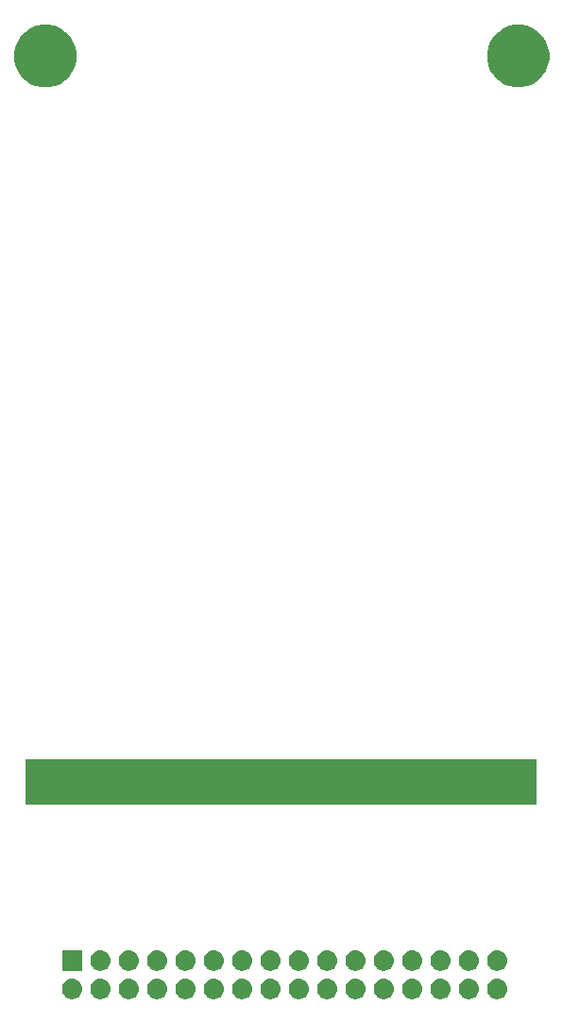
<source format=gbr>
G04 #@! TF.GenerationSoftware,KiCad,Pcbnew,(5.1.4)-1*
G04 #@! TF.CreationDate,2019-11-26T18:47:21+08:00*
G04 #@! TF.ProjectId,TFT8K3548FPC-A1-E-DIP,54465438-4b33-4353-9438-4650432d4131,rev?*
G04 #@! TF.SameCoordinates,Original*
G04 #@! TF.FileFunction,Soldermask,Top*
G04 #@! TF.FilePolarity,Negative*
%FSLAX46Y46*%
G04 Gerber Fmt 4.6, Leading zero omitted, Abs format (unit mm)*
G04 Created by KiCad (PCBNEW (5.1.4)-1) date 2019-11-26 18:47:21*
%MOMM*%
%LPD*%
G04 APERTURE LIST*
%ADD10C,0.100000*%
G04 APERTURE END LIST*
D10*
G36*
X144210443Y-116245519D02*
G01*
X144276627Y-116252037D01*
X144446466Y-116303557D01*
X144602991Y-116387222D01*
X144638729Y-116416552D01*
X144740186Y-116499814D01*
X144823448Y-116601271D01*
X144852778Y-116637009D01*
X144936443Y-116793534D01*
X144987963Y-116963373D01*
X145005359Y-117140000D01*
X144987963Y-117316627D01*
X144936443Y-117486466D01*
X144852778Y-117642991D01*
X144823448Y-117678729D01*
X144740186Y-117780186D01*
X144638729Y-117863448D01*
X144602991Y-117892778D01*
X144446466Y-117976443D01*
X144276627Y-118027963D01*
X144210442Y-118034482D01*
X144144260Y-118041000D01*
X144055740Y-118041000D01*
X143989558Y-118034482D01*
X143923373Y-118027963D01*
X143753534Y-117976443D01*
X143597009Y-117892778D01*
X143561271Y-117863448D01*
X143459814Y-117780186D01*
X143376552Y-117678729D01*
X143347222Y-117642991D01*
X143263557Y-117486466D01*
X143212037Y-117316627D01*
X143194641Y-117140000D01*
X143212037Y-116963373D01*
X143263557Y-116793534D01*
X143347222Y-116637009D01*
X143376552Y-116601271D01*
X143459814Y-116499814D01*
X143561271Y-116416552D01*
X143597009Y-116387222D01*
X143753534Y-116303557D01*
X143923373Y-116252037D01*
X143989557Y-116245519D01*
X144055740Y-116239000D01*
X144144260Y-116239000D01*
X144210443Y-116245519D01*
X144210443Y-116245519D01*
G37*
G36*
X123890443Y-116245519D02*
G01*
X123956627Y-116252037D01*
X124126466Y-116303557D01*
X124282991Y-116387222D01*
X124318729Y-116416552D01*
X124420186Y-116499814D01*
X124503448Y-116601271D01*
X124532778Y-116637009D01*
X124616443Y-116793534D01*
X124667963Y-116963373D01*
X124685359Y-117140000D01*
X124667963Y-117316627D01*
X124616443Y-117486466D01*
X124532778Y-117642991D01*
X124503448Y-117678729D01*
X124420186Y-117780186D01*
X124318729Y-117863448D01*
X124282991Y-117892778D01*
X124126466Y-117976443D01*
X123956627Y-118027963D01*
X123890442Y-118034482D01*
X123824260Y-118041000D01*
X123735740Y-118041000D01*
X123669558Y-118034482D01*
X123603373Y-118027963D01*
X123433534Y-117976443D01*
X123277009Y-117892778D01*
X123241271Y-117863448D01*
X123139814Y-117780186D01*
X123056552Y-117678729D01*
X123027222Y-117642991D01*
X122943557Y-117486466D01*
X122892037Y-117316627D01*
X122874641Y-117140000D01*
X122892037Y-116963373D01*
X122943557Y-116793534D01*
X123027222Y-116637009D01*
X123056552Y-116601271D01*
X123139814Y-116499814D01*
X123241271Y-116416552D01*
X123277009Y-116387222D01*
X123433534Y-116303557D01*
X123603373Y-116252037D01*
X123669557Y-116245519D01*
X123735740Y-116239000D01*
X123824260Y-116239000D01*
X123890443Y-116245519D01*
X123890443Y-116245519D01*
G37*
G36*
X106110443Y-116245519D02*
G01*
X106176627Y-116252037D01*
X106346466Y-116303557D01*
X106502991Y-116387222D01*
X106538729Y-116416552D01*
X106640186Y-116499814D01*
X106723448Y-116601271D01*
X106752778Y-116637009D01*
X106836443Y-116793534D01*
X106887963Y-116963373D01*
X106905359Y-117140000D01*
X106887963Y-117316627D01*
X106836443Y-117486466D01*
X106752778Y-117642991D01*
X106723448Y-117678729D01*
X106640186Y-117780186D01*
X106538729Y-117863448D01*
X106502991Y-117892778D01*
X106346466Y-117976443D01*
X106176627Y-118027963D01*
X106110442Y-118034482D01*
X106044260Y-118041000D01*
X105955740Y-118041000D01*
X105889558Y-118034482D01*
X105823373Y-118027963D01*
X105653534Y-117976443D01*
X105497009Y-117892778D01*
X105461271Y-117863448D01*
X105359814Y-117780186D01*
X105276552Y-117678729D01*
X105247222Y-117642991D01*
X105163557Y-117486466D01*
X105112037Y-117316627D01*
X105094641Y-117140000D01*
X105112037Y-116963373D01*
X105163557Y-116793534D01*
X105247222Y-116637009D01*
X105276552Y-116601271D01*
X105359814Y-116499814D01*
X105461271Y-116416552D01*
X105497009Y-116387222D01*
X105653534Y-116303557D01*
X105823373Y-116252037D01*
X105889557Y-116245519D01*
X105955740Y-116239000D01*
X106044260Y-116239000D01*
X106110443Y-116245519D01*
X106110443Y-116245519D01*
G37*
G36*
X108650443Y-116245519D02*
G01*
X108716627Y-116252037D01*
X108886466Y-116303557D01*
X109042991Y-116387222D01*
X109078729Y-116416552D01*
X109180186Y-116499814D01*
X109263448Y-116601271D01*
X109292778Y-116637009D01*
X109376443Y-116793534D01*
X109427963Y-116963373D01*
X109445359Y-117140000D01*
X109427963Y-117316627D01*
X109376443Y-117486466D01*
X109292778Y-117642991D01*
X109263448Y-117678729D01*
X109180186Y-117780186D01*
X109078729Y-117863448D01*
X109042991Y-117892778D01*
X108886466Y-117976443D01*
X108716627Y-118027963D01*
X108650442Y-118034482D01*
X108584260Y-118041000D01*
X108495740Y-118041000D01*
X108429558Y-118034482D01*
X108363373Y-118027963D01*
X108193534Y-117976443D01*
X108037009Y-117892778D01*
X108001271Y-117863448D01*
X107899814Y-117780186D01*
X107816552Y-117678729D01*
X107787222Y-117642991D01*
X107703557Y-117486466D01*
X107652037Y-117316627D01*
X107634641Y-117140000D01*
X107652037Y-116963373D01*
X107703557Y-116793534D01*
X107787222Y-116637009D01*
X107816552Y-116601271D01*
X107899814Y-116499814D01*
X108001271Y-116416552D01*
X108037009Y-116387222D01*
X108193534Y-116303557D01*
X108363373Y-116252037D01*
X108429557Y-116245519D01*
X108495740Y-116239000D01*
X108584260Y-116239000D01*
X108650443Y-116245519D01*
X108650443Y-116245519D01*
G37*
G36*
X111190443Y-116245519D02*
G01*
X111256627Y-116252037D01*
X111426466Y-116303557D01*
X111582991Y-116387222D01*
X111618729Y-116416552D01*
X111720186Y-116499814D01*
X111803448Y-116601271D01*
X111832778Y-116637009D01*
X111916443Y-116793534D01*
X111967963Y-116963373D01*
X111985359Y-117140000D01*
X111967963Y-117316627D01*
X111916443Y-117486466D01*
X111832778Y-117642991D01*
X111803448Y-117678729D01*
X111720186Y-117780186D01*
X111618729Y-117863448D01*
X111582991Y-117892778D01*
X111426466Y-117976443D01*
X111256627Y-118027963D01*
X111190442Y-118034482D01*
X111124260Y-118041000D01*
X111035740Y-118041000D01*
X110969558Y-118034482D01*
X110903373Y-118027963D01*
X110733534Y-117976443D01*
X110577009Y-117892778D01*
X110541271Y-117863448D01*
X110439814Y-117780186D01*
X110356552Y-117678729D01*
X110327222Y-117642991D01*
X110243557Y-117486466D01*
X110192037Y-117316627D01*
X110174641Y-117140000D01*
X110192037Y-116963373D01*
X110243557Y-116793534D01*
X110327222Y-116637009D01*
X110356552Y-116601271D01*
X110439814Y-116499814D01*
X110541271Y-116416552D01*
X110577009Y-116387222D01*
X110733534Y-116303557D01*
X110903373Y-116252037D01*
X110969557Y-116245519D01*
X111035740Y-116239000D01*
X111124260Y-116239000D01*
X111190443Y-116245519D01*
X111190443Y-116245519D01*
G37*
G36*
X113730443Y-116245519D02*
G01*
X113796627Y-116252037D01*
X113966466Y-116303557D01*
X114122991Y-116387222D01*
X114158729Y-116416552D01*
X114260186Y-116499814D01*
X114343448Y-116601271D01*
X114372778Y-116637009D01*
X114456443Y-116793534D01*
X114507963Y-116963373D01*
X114525359Y-117140000D01*
X114507963Y-117316627D01*
X114456443Y-117486466D01*
X114372778Y-117642991D01*
X114343448Y-117678729D01*
X114260186Y-117780186D01*
X114158729Y-117863448D01*
X114122991Y-117892778D01*
X113966466Y-117976443D01*
X113796627Y-118027963D01*
X113730442Y-118034482D01*
X113664260Y-118041000D01*
X113575740Y-118041000D01*
X113509558Y-118034482D01*
X113443373Y-118027963D01*
X113273534Y-117976443D01*
X113117009Y-117892778D01*
X113081271Y-117863448D01*
X112979814Y-117780186D01*
X112896552Y-117678729D01*
X112867222Y-117642991D01*
X112783557Y-117486466D01*
X112732037Y-117316627D01*
X112714641Y-117140000D01*
X112732037Y-116963373D01*
X112783557Y-116793534D01*
X112867222Y-116637009D01*
X112896552Y-116601271D01*
X112979814Y-116499814D01*
X113081271Y-116416552D01*
X113117009Y-116387222D01*
X113273534Y-116303557D01*
X113443373Y-116252037D01*
X113509557Y-116245519D01*
X113575740Y-116239000D01*
X113664260Y-116239000D01*
X113730443Y-116245519D01*
X113730443Y-116245519D01*
G37*
G36*
X116270443Y-116245519D02*
G01*
X116336627Y-116252037D01*
X116506466Y-116303557D01*
X116662991Y-116387222D01*
X116698729Y-116416552D01*
X116800186Y-116499814D01*
X116883448Y-116601271D01*
X116912778Y-116637009D01*
X116996443Y-116793534D01*
X117047963Y-116963373D01*
X117065359Y-117140000D01*
X117047963Y-117316627D01*
X116996443Y-117486466D01*
X116912778Y-117642991D01*
X116883448Y-117678729D01*
X116800186Y-117780186D01*
X116698729Y-117863448D01*
X116662991Y-117892778D01*
X116506466Y-117976443D01*
X116336627Y-118027963D01*
X116270442Y-118034482D01*
X116204260Y-118041000D01*
X116115740Y-118041000D01*
X116049558Y-118034482D01*
X115983373Y-118027963D01*
X115813534Y-117976443D01*
X115657009Y-117892778D01*
X115621271Y-117863448D01*
X115519814Y-117780186D01*
X115436552Y-117678729D01*
X115407222Y-117642991D01*
X115323557Y-117486466D01*
X115272037Y-117316627D01*
X115254641Y-117140000D01*
X115272037Y-116963373D01*
X115323557Y-116793534D01*
X115407222Y-116637009D01*
X115436552Y-116601271D01*
X115519814Y-116499814D01*
X115621271Y-116416552D01*
X115657009Y-116387222D01*
X115813534Y-116303557D01*
X115983373Y-116252037D01*
X116049557Y-116245519D01*
X116115740Y-116239000D01*
X116204260Y-116239000D01*
X116270443Y-116245519D01*
X116270443Y-116245519D01*
G37*
G36*
X118810443Y-116245519D02*
G01*
X118876627Y-116252037D01*
X119046466Y-116303557D01*
X119202991Y-116387222D01*
X119238729Y-116416552D01*
X119340186Y-116499814D01*
X119423448Y-116601271D01*
X119452778Y-116637009D01*
X119536443Y-116793534D01*
X119587963Y-116963373D01*
X119605359Y-117140000D01*
X119587963Y-117316627D01*
X119536443Y-117486466D01*
X119452778Y-117642991D01*
X119423448Y-117678729D01*
X119340186Y-117780186D01*
X119238729Y-117863448D01*
X119202991Y-117892778D01*
X119046466Y-117976443D01*
X118876627Y-118027963D01*
X118810442Y-118034482D01*
X118744260Y-118041000D01*
X118655740Y-118041000D01*
X118589558Y-118034482D01*
X118523373Y-118027963D01*
X118353534Y-117976443D01*
X118197009Y-117892778D01*
X118161271Y-117863448D01*
X118059814Y-117780186D01*
X117976552Y-117678729D01*
X117947222Y-117642991D01*
X117863557Y-117486466D01*
X117812037Y-117316627D01*
X117794641Y-117140000D01*
X117812037Y-116963373D01*
X117863557Y-116793534D01*
X117947222Y-116637009D01*
X117976552Y-116601271D01*
X118059814Y-116499814D01*
X118161271Y-116416552D01*
X118197009Y-116387222D01*
X118353534Y-116303557D01*
X118523373Y-116252037D01*
X118589557Y-116245519D01*
X118655740Y-116239000D01*
X118744260Y-116239000D01*
X118810443Y-116245519D01*
X118810443Y-116245519D01*
G37*
G36*
X121350443Y-116245519D02*
G01*
X121416627Y-116252037D01*
X121586466Y-116303557D01*
X121742991Y-116387222D01*
X121778729Y-116416552D01*
X121880186Y-116499814D01*
X121963448Y-116601271D01*
X121992778Y-116637009D01*
X122076443Y-116793534D01*
X122127963Y-116963373D01*
X122145359Y-117140000D01*
X122127963Y-117316627D01*
X122076443Y-117486466D01*
X121992778Y-117642991D01*
X121963448Y-117678729D01*
X121880186Y-117780186D01*
X121778729Y-117863448D01*
X121742991Y-117892778D01*
X121586466Y-117976443D01*
X121416627Y-118027963D01*
X121350442Y-118034482D01*
X121284260Y-118041000D01*
X121195740Y-118041000D01*
X121129558Y-118034482D01*
X121063373Y-118027963D01*
X120893534Y-117976443D01*
X120737009Y-117892778D01*
X120701271Y-117863448D01*
X120599814Y-117780186D01*
X120516552Y-117678729D01*
X120487222Y-117642991D01*
X120403557Y-117486466D01*
X120352037Y-117316627D01*
X120334641Y-117140000D01*
X120352037Y-116963373D01*
X120403557Y-116793534D01*
X120487222Y-116637009D01*
X120516552Y-116601271D01*
X120599814Y-116499814D01*
X120701271Y-116416552D01*
X120737009Y-116387222D01*
X120893534Y-116303557D01*
X121063373Y-116252037D01*
X121129557Y-116245519D01*
X121195740Y-116239000D01*
X121284260Y-116239000D01*
X121350443Y-116245519D01*
X121350443Y-116245519D01*
G37*
G36*
X126430443Y-116245519D02*
G01*
X126496627Y-116252037D01*
X126666466Y-116303557D01*
X126822991Y-116387222D01*
X126858729Y-116416552D01*
X126960186Y-116499814D01*
X127043448Y-116601271D01*
X127072778Y-116637009D01*
X127156443Y-116793534D01*
X127207963Y-116963373D01*
X127225359Y-117140000D01*
X127207963Y-117316627D01*
X127156443Y-117486466D01*
X127072778Y-117642991D01*
X127043448Y-117678729D01*
X126960186Y-117780186D01*
X126858729Y-117863448D01*
X126822991Y-117892778D01*
X126666466Y-117976443D01*
X126496627Y-118027963D01*
X126430442Y-118034482D01*
X126364260Y-118041000D01*
X126275740Y-118041000D01*
X126209558Y-118034482D01*
X126143373Y-118027963D01*
X125973534Y-117976443D01*
X125817009Y-117892778D01*
X125781271Y-117863448D01*
X125679814Y-117780186D01*
X125596552Y-117678729D01*
X125567222Y-117642991D01*
X125483557Y-117486466D01*
X125432037Y-117316627D01*
X125414641Y-117140000D01*
X125432037Y-116963373D01*
X125483557Y-116793534D01*
X125567222Y-116637009D01*
X125596552Y-116601271D01*
X125679814Y-116499814D01*
X125781271Y-116416552D01*
X125817009Y-116387222D01*
X125973534Y-116303557D01*
X126143373Y-116252037D01*
X126209557Y-116245519D01*
X126275740Y-116239000D01*
X126364260Y-116239000D01*
X126430443Y-116245519D01*
X126430443Y-116245519D01*
G37*
G36*
X128970443Y-116245519D02*
G01*
X129036627Y-116252037D01*
X129206466Y-116303557D01*
X129362991Y-116387222D01*
X129398729Y-116416552D01*
X129500186Y-116499814D01*
X129583448Y-116601271D01*
X129612778Y-116637009D01*
X129696443Y-116793534D01*
X129747963Y-116963373D01*
X129765359Y-117140000D01*
X129747963Y-117316627D01*
X129696443Y-117486466D01*
X129612778Y-117642991D01*
X129583448Y-117678729D01*
X129500186Y-117780186D01*
X129398729Y-117863448D01*
X129362991Y-117892778D01*
X129206466Y-117976443D01*
X129036627Y-118027963D01*
X128970442Y-118034482D01*
X128904260Y-118041000D01*
X128815740Y-118041000D01*
X128749558Y-118034482D01*
X128683373Y-118027963D01*
X128513534Y-117976443D01*
X128357009Y-117892778D01*
X128321271Y-117863448D01*
X128219814Y-117780186D01*
X128136552Y-117678729D01*
X128107222Y-117642991D01*
X128023557Y-117486466D01*
X127972037Y-117316627D01*
X127954641Y-117140000D01*
X127972037Y-116963373D01*
X128023557Y-116793534D01*
X128107222Y-116637009D01*
X128136552Y-116601271D01*
X128219814Y-116499814D01*
X128321271Y-116416552D01*
X128357009Y-116387222D01*
X128513534Y-116303557D01*
X128683373Y-116252037D01*
X128749557Y-116245519D01*
X128815740Y-116239000D01*
X128904260Y-116239000D01*
X128970443Y-116245519D01*
X128970443Y-116245519D01*
G37*
G36*
X131510443Y-116245519D02*
G01*
X131576627Y-116252037D01*
X131746466Y-116303557D01*
X131902991Y-116387222D01*
X131938729Y-116416552D01*
X132040186Y-116499814D01*
X132123448Y-116601271D01*
X132152778Y-116637009D01*
X132236443Y-116793534D01*
X132287963Y-116963373D01*
X132305359Y-117140000D01*
X132287963Y-117316627D01*
X132236443Y-117486466D01*
X132152778Y-117642991D01*
X132123448Y-117678729D01*
X132040186Y-117780186D01*
X131938729Y-117863448D01*
X131902991Y-117892778D01*
X131746466Y-117976443D01*
X131576627Y-118027963D01*
X131510442Y-118034482D01*
X131444260Y-118041000D01*
X131355740Y-118041000D01*
X131289558Y-118034482D01*
X131223373Y-118027963D01*
X131053534Y-117976443D01*
X130897009Y-117892778D01*
X130861271Y-117863448D01*
X130759814Y-117780186D01*
X130676552Y-117678729D01*
X130647222Y-117642991D01*
X130563557Y-117486466D01*
X130512037Y-117316627D01*
X130494641Y-117140000D01*
X130512037Y-116963373D01*
X130563557Y-116793534D01*
X130647222Y-116637009D01*
X130676552Y-116601271D01*
X130759814Y-116499814D01*
X130861271Y-116416552D01*
X130897009Y-116387222D01*
X131053534Y-116303557D01*
X131223373Y-116252037D01*
X131289557Y-116245519D01*
X131355740Y-116239000D01*
X131444260Y-116239000D01*
X131510443Y-116245519D01*
X131510443Y-116245519D01*
G37*
G36*
X134050443Y-116245519D02*
G01*
X134116627Y-116252037D01*
X134286466Y-116303557D01*
X134442991Y-116387222D01*
X134478729Y-116416552D01*
X134580186Y-116499814D01*
X134663448Y-116601271D01*
X134692778Y-116637009D01*
X134776443Y-116793534D01*
X134827963Y-116963373D01*
X134845359Y-117140000D01*
X134827963Y-117316627D01*
X134776443Y-117486466D01*
X134692778Y-117642991D01*
X134663448Y-117678729D01*
X134580186Y-117780186D01*
X134478729Y-117863448D01*
X134442991Y-117892778D01*
X134286466Y-117976443D01*
X134116627Y-118027963D01*
X134050442Y-118034482D01*
X133984260Y-118041000D01*
X133895740Y-118041000D01*
X133829558Y-118034482D01*
X133763373Y-118027963D01*
X133593534Y-117976443D01*
X133437009Y-117892778D01*
X133401271Y-117863448D01*
X133299814Y-117780186D01*
X133216552Y-117678729D01*
X133187222Y-117642991D01*
X133103557Y-117486466D01*
X133052037Y-117316627D01*
X133034641Y-117140000D01*
X133052037Y-116963373D01*
X133103557Y-116793534D01*
X133187222Y-116637009D01*
X133216552Y-116601271D01*
X133299814Y-116499814D01*
X133401271Y-116416552D01*
X133437009Y-116387222D01*
X133593534Y-116303557D01*
X133763373Y-116252037D01*
X133829557Y-116245519D01*
X133895740Y-116239000D01*
X133984260Y-116239000D01*
X134050443Y-116245519D01*
X134050443Y-116245519D01*
G37*
G36*
X136590443Y-116245519D02*
G01*
X136656627Y-116252037D01*
X136826466Y-116303557D01*
X136982991Y-116387222D01*
X137018729Y-116416552D01*
X137120186Y-116499814D01*
X137203448Y-116601271D01*
X137232778Y-116637009D01*
X137316443Y-116793534D01*
X137367963Y-116963373D01*
X137385359Y-117140000D01*
X137367963Y-117316627D01*
X137316443Y-117486466D01*
X137232778Y-117642991D01*
X137203448Y-117678729D01*
X137120186Y-117780186D01*
X137018729Y-117863448D01*
X136982991Y-117892778D01*
X136826466Y-117976443D01*
X136656627Y-118027963D01*
X136590442Y-118034482D01*
X136524260Y-118041000D01*
X136435740Y-118041000D01*
X136369558Y-118034482D01*
X136303373Y-118027963D01*
X136133534Y-117976443D01*
X135977009Y-117892778D01*
X135941271Y-117863448D01*
X135839814Y-117780186D01*
X135756552Y-117678729D01*
X135727222Y-117642991D01*
X135643557Y-117486466D01*
X135592037Y-117316627D01*
X135574641Y-117140000D01*
X135592037Y-116963373D01*
X135643557Y-116793534D01*
X135727222Y-116637009D01*
X135756552Y-116601271D01*
X135839814Y-116499814D01*
X135941271Y-116416552D01*
X135977009Y-116387222D01*
X136133534Y-116303557D01*
X136303373Y-116252037D01*
X136369557Y-116245519D01*
X136435740Y-116239000D01*
X136524260Y-116239000D01*
X136590443Y-116245519D01*
X136590443Y-116245519D01*
G37*
G36*
X139130443Y-116245519D02*
G01*
X139196627Y-116252037D01*
X139366466Y-116303557D01*
X139522991Y-116387222D01*
X139558729Y-116416552D01*
X139660186Y-116499814D01*
X139743448Y-116601271D01*
X139772778Y-116637009D01*
X139856443Y-116793534D01*
X139907963Y-116963373D01*
X139925359Y-117140000D01*
X139907963Y-117316627D01*
X139856443Y-117486466D01*
X139772778Y-117642991D01*
X139743448Y-117678729D01*
X139660186Y-117780186D01*
X139558729Y-117863448D01*
X139522991Y-117892778D01*
X139366466Y-117976443D01*
X139196627Y-118027963D01*
X139130442Y-118034482D01*
X139064260Y-118041000D01*
X138975740Y-118041000D01*
X138909558Y-118034482D01*
X138843373Y-118027963D01*
X138673534Y-117976443D01*
X138517009Y-117892778D01*
X138481271Y-117863448D01*
X138379814Y-117780186D01*
X138296552Y-117678729D01*
X138267222Y-117642991D01*
X138183557Y-117486466D01*
X138132037Y-117316627D01*
X138114641Y-117140000D01*
X138132037Y-116963373D01*
X138183557Y-116793534D01*
X138267222Y-116637009D01*
X138296552Y-116601271D01*
X138379814Y-116499814D01*
X138481271Y-116416552D01*
X138517009Y-116387222D01*
X138673534Y-116303557D01*
X138843373Y-116252037D01*
X138909557Y-116245519D01*
X138975740Y-116239000D01*
X139064260Y-116239000D01*
X139130443Y-116245519D01*
X139130443Y-116245519D01*
G37*
G36*
X141670443Y-116245519D02*
G01*
X141736627Y-116252037D01*
X141906466Y-116303557D01*
X142062991Y-116387222D01*
X142098729Y-116416552D01*
X142200186Y-116499814D01*
X142283448Y-116601271D01*
X142312778Y-116637009D01*
X142396443Y-116793534D01*
X142447963Y-116963373D01*
X142465359Y-117140000D01*
X142447963Y-117316627D01*
X142396443Y-117486466D01*
X142312778Y-117642991D01*
X142283448Y-117678729D01*
X142200186Y-117780186D01*
X142098729Y-117863448D01*
X142062991Y-117892778D01*
X141906466Y-117976443D01*
X141736627Y-118027963D01*
X141670442Y-118034482D01*
X141604260Y-118041000D01*
X141515740Y-118041000D01*
X141449558Y-118034482D01*
X141383373Y-118027963D01*
X141213534Y-117976443D01*
X141057009Y-117892778D01*
X141021271Y-117863448D01*
X140919814Y-117780186D01*
X140836552Y-117678729D01*
X140807222Y-117642991D01*
X140723557Y-117486466D01*
X140672037Y-117316627D01*
X140654641Y-117140000D01*
X140672037Y-116963373D01*
X140723557Y-116793534D01*
X140807222Y-116637009D01*
X140836552Y-116601271D01*
X140919814Y-116499814D01*
X141021271Y-116416552D01*
X141057009Y-116387222D01*
X141213534Y-116303557D01*
X141383373Y-116252037D01*
X141449557Y-116245519D01*
X141515740Y-116239000D01*
X141604260Y-116239000D01*
X141670443Y-116245519D01*
X141670443Y-116245519D01*
G37*
G36*
X144210443Y-113705519D02*
G01*
X144276627Y-113712037D01*
X144446466Y-113763557D01*
X144602991Y-113847222D01*
X144638729Y-113876552D01*
X144740186Y-113959814D01*
X144823448Y-114061271D01*
X144852778Y-114097009D01*
X144936443Y-114253534D01*
X144987963Y-114423373D01*
X145005359Y-114600000D01*
X144987963Y-114776627D01*
X144936443Y-114946466D01*
X144852778Y-115102991D01*
X144823448Y-115138729D01*
X144740186Y-115240186D01*
X144638729Y-115323448D01*
X144602991Y-115352778D01*
X144446466Y-115436443D01*
X144276627Y-115487963D01*
X144210443Y-115494481D01*
X144144260Y-115501000D01*
X144055740Y-115501000D01*
X143989557Y-115494481D01*
X143923373Y-115487963D01*
X143753534Y-115436443D01*
X143597009Y-115352778D01*
X143561271Y-115323448D01*
X143459814Y-115240186D01*
X143376552Y-115138729D01*
X143347222Y-115102991D01*
X143263557Y-114946466D01*
X143212037Y-114776627D01*
X143194641Y-114600000D01*
X143212037Y-114423373D01*
X143263557Y-114253534D01*
X143347222Y-114097009D01*
X143376552Y-114061271D01*
X143459814Y-113959814D01*
X143561271Y-113876552D01*
X143597009Y-113847222D01*
X143753534Y-113763557D01*
X143923373Y-113712037D01*
X143989557Y-113705519D01*
X144055740Y-113699000D01*
X144144260Y-113699000D01*
X144210443Y-113705519D01*
X144210443Y-113705519D01*
G37*
G36*
X106901000Y-115501000D02*
G01*
X105099000Y-115501000D01*
X105099000Y-113699000D01*
X106901000Y-113699000D01*
X106901000Y-115501000D01*
X106901000Y-115501000D01*
G37*
G36*
X136590443Y-113705519D02*
G01*
X136656627Y-113712037D01*
X136826466Y-113763557D01*
X136982991Y-113847222D01*
X137018729Y-113876552D01*
X137120186Y-113959814D01*
X137203448Y-114061271D01*
X137232778Y-114097009D01*
X137316443Y-114253534D01*
X137367963Y-114423373D01*
X137385359Y-114600000D01*
X137367963Y-114776627D01*
X137316443Y-114946466D01*
X137232778Y-115102991D01*
X137203448Y-115138729D01*
X137120186Y-115240186D01*
X137018729Y-115323448D01*
X136982991Y-115352778D01*
X136826466Y-115436443D01*
X136656627Y-115487963D01*
X136590443Y-115494481D01*
X136524260Y-115501000D01*
X136435740Y-115501000D01*
X136369557Y-115494481D01*
X136303373Y-115487963D01*
X136133534Y-115436443D01*
X135977009Y-115352778D01*
X135941271Y-115323448D01*
X135839814Y-115240186D01*
X135756552Y-115138729D01*
X135727222Y-115102991D01*
X135643557Y-114946466D01*
X135592037Y-114776627D01*
X135574641Y-114600000D01*
X135592037Y-114423373D01*
X135643557Y-114253534D01*
X135727222Y-114097009D01*
X135756552Y-114061271D01*
X135839814Y-113959814D01*
X135941271Y-113876552D01*
X135977009Y-113847222D01*
X136133534Y-113763557D01*
X136303373Y-113712037D01*
X136369557Y-113705519D01*
X136435740Y-113699000D01*
X136524260Y-113699000D01*
X136590443Y-113705519D01*
X136590443Y-113705519D01*
G37*
G36*
X141670443Y-113705519D02*
G01*
X141736627Y-113712037D01*
X141906466Y-113763557D01*
X142062991Y-113847222D01*
X142098729Y-113876552D01*
X142200186Y-113959814D01*
X142283448Y-114061271D01*
X142312778Y-114097009D01*
X142396443Y-114253534D01*
X142447963Y-114423373D01*
X142465359Y-114600000D01*
X142447963Y-114776627D01*
X142396443Y-114946466D01*
X142312778Y-115102991D01*
X142283448Y-115138729D01*
X142200186Y-115240186D01*
X142098729Y-115323448D01*
X142062991Y-115352778D01*
X141906466Y-115436443D01*
X141736627Y-115487963D01*
X141670443Y-115494481D01*
X141604260Y-115501000D01*
X141515740Y-115501000D01*
X141449557Y-115494481D01*
X141383373Y-115487963D01*
X141213534Y-115436443D01*
X141057009Y-115352778D01*
X141021271Y-115323448D01*
X140919814Y-115240186D01*
X140836552Y-115138729D01*
X140807222Y-115102991D01*
X140723557Y-114946466D01*
X140672037Y-114776627D01*
X140654641Y-114600000D01*
X140672037Y-114423373D01*
X140723557Y-114253534D01*
X140807222Y-114097009D01*
X140836552Y-114061271D01*
X140919814Y-113959814D01*
X141021271Y-113876552D01*
X141057009Y-113847222D01*
X141213534Y-113763557D01*
X141383373Y-113712037D01*
X141449557Y-113705519D01*
X141515740Y-113699000D01*
X141604260Y-113699000D01*
X141670443Y-113705519D01*
X141670443Y-113705519D01*
G37*
G36*
X118810443Y-113705519D02*
G01*
X118876627Y-113712037D01*
X119046466Y-113763557D01*
X119202991Y-113847222D01*
X119238729Y-113876552D01*
X119340186Y-113959814D01*
X119423448Y-114061271D01*
X119452778Y-114097009D01*
X119536443Y-114253534D01*
X119587963Y-114423373D01*
X119605359Y-114600000D01*
X119587963Y-114776627D01*
X119536443Y-114946466D01*
X119452778Y-115102991D01*
X119423448Y-115138729D01*
X119340186Y-115240186D01*
X119238729Y-115323448D01*
X119202991Y-115352778D01*
X119046466Y-115436443D01*
X118876627Y-115487963D01*
X118810443Y-115494481D01*
X118744260Y-115501000D01*
X118655740Y-115501000D01*
X118589557Y-115494481D01*
X118523373Y-115487963D01*
X118353534Y-115436443D01*
X118197009Y-115352778D01*
X118161271Y-115323448D01*
X118059814Y-115240186D01*
X117976552Y-115138729D01*
X117947222Y-115102991D01*
X117863557Y-114946466D01*
X117812037Y-114776627D01*
X117794641Y-114600000D01*
X117812037Y-114423373D01*
X117863557Y-114253534D01*
X117947222Y-114097009D01*
X117976552Y-114061271D01*
X118059814Y-113959814D01*
X118161271Y-113876552D01*
X118197009Y-113847222D01*
X118353534Y-113763557D01*
X118523373Y-113712037D01*
X118589557Y-113705519D01*
X118655740Y-113699000D01*
X118744260Y-113699000D01*
X118810443Y-113705519D01*
X118810443Y-113705519D01*
G37*
G36*
X116270443Y-113705519D02*
G01*
X116336627Y-113712037D01*
X116506466Y-113763557D01*
X116662991Y-113847222D01*
X116698729Y-113876552D01*
X116800186Y-113959814D01*
X116883448Y-114061271D01*
X116912778Y-114097009D01*
X116996443Y-114253534D01*
X117047963Y-114423373D01*
X117065359Y-114600000D01*
X117047963Y-114776627D01*
X116996443Y-114946466D01*
X116912778Y-115102991D01*
X116883448Y-115138729D01*
X116800186Y-115240186D01*
X116698729Y-115323448D01*
X116662991Y-115352778D01*
X116506466Y-115436443D01*
X116336627Y-115487963D01*
X116270443Y-115494481D01*
X116204260Y-115501000D01*
X116115740Y-115501000D01*
X116049557Y-115494481D01*
X115983373Y-115487963D01*
X115813534Y-115436443D01*
X115657009Y-115352778D01*
X115621271Y-115323448D01*
X115519814Y-115240186D01*
X115436552Y-115138729D01*
X115407222Y-115102991D01*
X115323557Y-114946466D01*
X115272037Y-114776627D01*
X115254641Y-114600000D01*
X115272037Y-114423373D01*
X115323557Y-114253534D01*
X115407222Y-114097009D01*
X115436552Y-114061271D01*
X115519814Y-113959814D01*
X115621271Y-113876552D01*
X115657009Y-113847222D01*
X115813534Y-113763557D01*
X115983373Y-113712037D01*
X116049557Y-113705519D01*
X116115740Y-113699000D01*
X116204260Y-113699000D01*
X116270443Y-113705519D01*
X116270443Y-113705519D01*
G37*
G36*
X121350443Y-113705519D02*
G01*
X121416627Y-113712037D01*
X121586466Y-113763557D01*
X121742991Y-113847222D01*
X121778729Y-113876552D01*
X121880186Y-113959814D01*
X121963448Y-114061271D01*
X121992778Y-114097009D01*
X122076443Y-114253534D01*
X122127963Y-114423373D01*
X122145359Y-114600000D01*
X122127963Y-114776627D01*
X122076443Y-114946466D01*
X121992778Y-115102991D01*
X121963448Y-115138729D01*
X121880186Y-115240186D01*
X121778729Y-115323448D01*
X121742991Y-115352778D01*
X121586466Y-115436443D01*
X121416627Y-115487963D01*
X121350443Y-115494481D01*
X121284260Y-115501000D01*
X121195740Y-115501000D01*
X121129557Y-115494481D01*
X121063373Y-115487963D01*
X120893534Y-115436443D01*
X120737009Y-115352778D01*
X120701271Y-115323448D01*
X120599814Y-115240186D01*
X120516552Y-115138729D01*
X120487222Y-115102991D01*
X120403557Y-114946466D01*
X120352037Y-114776627D01*
X120334641Y-114600000D01*
X120352037Y-114423373D01*
X120403557Y-114253534D01*
X120487222Y-114097009D01*
X120516552Y-114061271D01*
X120599814Y-113959814D01*
X120701271Y-113876552D01*
X120737009Y-113847222D01*
X120893534Y-113763557D01*
X121063373Y-113712037D01*
X121129557Y-113705519D01*
X121195740Y-113699000D01*
X121284260Y-113699000D01*
X121350443Y-113705519D01*
X121350443Y-113705519D01*
G37*
G36*
X139130443Y-113705519D02*
G01*
X139196627Y-113712037D01*
X139366466Y-113763557D01*
X139522991Y-113847222D01*
X139558729Y-113876552D01*
X139660186Y-113959814D01*
X139743448Y-114061271D01*
X139772778Y-114097009D01*
X139856443Y-114253534D01*
X139907963Y-114423373D01*
X139925359Y-114600000D01*
X139907963Y-114776627D01*
X139856443Y-114946466D01*
X139772778Y-115102991D01*
X139743448Y-115138729D01*
X139660186Y-115240186D01*
X139558729Y-115323448D01*
X139522991Y-115352778D01*
X139366466Y-115436443D01*
X139196627Y-115487963D01*
X139130443Y-115494481D01*
X139064260Y-115501000D01*
X138975740Y-115501000D01*
X138909557Y-115494481D01*
X138843373Y-115487963D01*
X138673534Y-115436443D01*
X138517009Y-115352778D01*
X138481271Y-115323448D01*
X138379814Y-115240186D01*
X138296552Y-115138729D01*
X138267222Y-115102991D01*
X138183557Y-114946466D01*
X138132037Y-114776627D01*
X138114641Y-114600000D01*
X138132037Y-114423373D01*
X138183557Y-114253534D01*
X138267222Y-114097009D01*
X138296552Y-114061271D01*
X138379814Y-113959814D01*
X138481271Y-113876552D01*
X138517009Y-113847222D01*
X138673534Y-113763557D01*
X138843373Y-113712037D01*
X138909557Y-113705519D01*
X138975740Y-113699000D01*
X139064260Y-113699000D01*
X139130443Y-113705519D01*
X139130443Y-113705519D01*
G37*
G36*
X123890443Y-113705519D02*
G01*
X123956627Y-113712037D01*
X124126466Y-113763557D01*
X124282991Y-113847222D01*
X124318729Y-113876552D01*
X124420186Y-113959814D01*
X124503448Y-114061271D01*
X124532778Y-114097009D01*
X124616443Y-114253534D01*
X124667963Y-114423373D01*
X124685359Y-114600000D01*
X124667963Y-114776627D01*
X124616443Y-114946466D01*
X124532778Y-115102991D01*
X124503448Y-115138729D01*
X124420186Y-115240186D01*
X124318729Y-115323448D01*
X124282991Y-115352778D01*
X124126466Y-115436443D01*
X123956627Y-115487963D01*
X123890443Y-115494481D01*
X123824260Y-115501000D01*
X123735740Y-115501000D01*
X123669557Y-115494481D01*
X123603373Y-115487963D01*
X123433534Y-115436443D01*
X123277009Y-115352778D01*
X123241271Y-115323448D01*
X123139814Y-115240186D01*
X123056552Y-115138729D01*
X123027222Y-115102991D01*
X122943557Y-114946466D01*
X122892037Y-114776627D01*
X122874641Y-114600000D01*
X122892037Y-114423373D01*
X122943557Y-114253534D01*
X123027222Y-114097009D01*
X123056552Y-114061271D01*
X123139814Y-113959814D01*
X123241271Y-113876552D01*
X123277009Y-113847222D01*
X123433534Y-113763557D01*
X123603373Y-113712037D01*
X123669557Y-113705519D01*
X123735740Y-113699000D01*
X123824260Y-113699000D01*
X123890443Y-113705519D01*
X123890443Y-113705519D01*
G37*
G36*
X126430443Y-113705519D02*
G01*
X126496627Y-113712037D01*
X126666466Y-113763557D01*
X126822991Y-113847222D01*
X126858729Y-113876552D01*
X126960186Y-113959814D01*
X127043448Y-114061271D01*
X127072778Y-114097009D01*
X127156443Y-114253534D01*
X127207963Y-114423373D01*
X127225359Y-114600000D01*
X127207963Y-114776627D01*
X127156443Y-114946466D01*
X127072778Y-115102991D01*
X127043448Y-115138729D01*
X126960186Y-115240186D01*
X126858729Y-115323448D01*
X126822991Y-115352778D01*
X126666466Y-115436443D01*
X126496627Y-115487963D01*
X126430443Y-115494481D01*
X126364260Y-115501000D01*
X126275740Y-115501000D01*
X126209557Y-115494481D01*
X126143373Y-115487963D01*
X125973534Y-115436443D01*
X125817009Y-115352778D01*
X125781271Y-115323448D01*
X125679814Y-115240186D01*
X125596552Y-115138729D01*
X125567222Y-115102991D01*
X125483557Y-114946466D01*
X125432037Y-114776627D01*
X125414641Y-114600000D01*
X125432037Y-114423373D01*
X125483557Y-114253534D01*
X125567222Y-114097009D01*
X125596552Y-114061271D01*
X125679814Y-113959814D01*
X125781271Y-113876552D01*
X125817009Y-113847222D01*
X125973534Y-113763557D01*
X126143373Y-113712037D01*
X126209557Y-113705519D01*
X126275740Y-113699000D01*
X126364260Y-113699000D01*
X126430443Y-113705519D01*
X126430443Y-113705519D01*
G37*
G36*
X113730443Y-113705519D02*
G01*
X113796627Y-113712037D01*
X113966466Y-113763557D01*
X114122991Y-113847222D01*
X114158729Y-113876552D01*
X114260186Y-113959814D01*
X114343448Y-114061271D01*
X114372778Y-114097009D01*
X114456443Y-114253534D01*
X114507963Y-114423373D01*
X114525359Y-114600000D01*
X114507963Y-114776627D01*
X114456443Y-114946466D01*
X114372778Y-115102991D01*
X114343448Y-115138729D01*
X114260186Y-115240186D01*
X114158729Y-115323448D01*
X114122991Y-115352778D01*
X113966466Y-115436443D01*
X113796627Y-115487963D01*
X113730443Y-115494481D01*
X113664260Y-115501000D01*
X113575740Y-115501000D01*
X113509557Y-115494481D01*
X113443373Y-115487963D01*
X113273534Y-115436443D01*
X113117009Y-115352778D01*
X113081271Y-115323448D01*
X112979814Y-115240186D01*
X112896552Y-115138729D01*
X112867222Y-115102991D01*
X112783557Y-114946466D01*
X112732037Y-114776627D01*
X112714641Y-114600000D01*
X112732037Y-114423373D01*
X112783557Y-114253534D01*
X112867222Y-114097009D01*
X112896552Y-114061271D01*
X112979814Y-113959814D01*
X113081271Y-113876552D01*
X113117009Y-113847222D01*
X113273534Y-113763557D01*
X113443373Y-113712037D01*
X113509557Y-113705519D01*
X113575740Y-113699000D01*
X113664260Y-113699000D01*
X113730443Y-113705519D01*
X113730443Y-113705519D01*
G37*
G36*
X131510443Y-113705519D02*
G01*
X131576627Y-113712037D01*
X131746466Y-113763557D01*
X131902991Y-113847222D01*
X131938729Y-113876552D01*
X132040186Y-113959814D01*
X132123448Y-114061271D01*
X132152778Y-114097009D01*
X132236443Y-114253534D01*
X132287963Y-114423373D01*
X132305359Y-114600000D01*
X132287963Y-114776627D01*
X132236443Y-114946466D01*
X132152778Y-115102991D01*
X132123448Y-115138729D01*
X132040186Y-115240186D01*
X131938729Y-115323448D01*
X131902991Y-115352778D01*
X131746466Y-115436443D01*
X131576627Y-115487963D01*
X131510443Y-115494481D01*
X131444260Y-115501000D01*
X131355740Y-115501000D01*
X131289557Y-115494481D01*
X131223373Y-115487963D01*
X131053534Y-115436443D01*
X130897009Y-115352778D01*
X130861271Y-115323448D01*
X130759814Y-115240186D01*
X130676552Y-115138729D01*
X130647222Y-115102991D01*
X130563557Y-114946466D01*
X130512037Y-114776627D01*
X130494641Y-114600000D01*
X130512037Y-114423373D01*
X130563557Y-114253534D01*
X130647222Y-114097009D01*
X130676552Y-114061271D01*
X130759814Y-113959814D01*
X130861271Y-113876552D01*
X130897009Y-113847222D01*
X131053534Y-113763557D01*
X131223373Y-113712037D01*
X131289557Y-113705519D01*
X131355740Y-113699000D01*
X131444260Y-113699000D01*
X131510443Y-113705519D01*
X131510443Y-113705519D01*
G37*
G36*
X111190443Y-113705519D02*
G01*
X111256627Y-113712037D01*
X111426466Y-113763557D01*
X111582991Y-113847222D01*
X111618729Y-113876552D01*
X111720186Y-113959814D01*
X111803448Y-114061271D01*
X111832778Y-114097009D01*
X111916443Y-114253534D01*
X111967963Y-114423373D01*
X111985359Y-114600000D01*
X111967963Y-114776627D01*
X111916443Y-114946466D01*
X111832778Y-115102991D01*
X111803448Y-115138729D01*
X111720186Y-115240186D01*
X111618729Y-115323448D01*
X111582991Y-115352778D01*
X111426466Y-115436443D01*
X111256627Y-115487963D01*
X111190443Y-115494481D01*
X111124260Y-115501000D01*
X111035740Y-115501000D01*
X110969557Y-115494481D01*
X110903373Y-115487963D01*
X110733534Y-115436443D01*
X110577009Y-115352778D01*
X110541271Y-115323448D01*
X110439814Y-115240186D01*
X110356552Y-115138729D01*
X110327222Y-115102991D01*
X110243557Y-114946466D01*
X110192037Y-114776627D01*
X110174641Y-114600000D01*
X110192037Y-114423373D01*
X110243557Y-114253534D01*
X110327222Y-114097009D01*
X110356552Y-114061271D01*
X110439814Y-113959814D01*
X110541271Y-113876552D01*
X110577009Y-113847222D01*
X110733534Y-113763557D01*
X110903373Y-113712037D01*
X110969557Y-113705519D01*
X111035740Y-113699000D01*
X111124260Y-113699000D01*
X111190443Y-113705519D01*
X111190443Y-113705519D01*
G37*
G36*
X108650443Y-113705519D02*
G01*
X108716627Y-113712037D01*
X108886466Y-113763557D01*
X109042991Y-113847222D01*
X109078729Y-113876552D01*
X109180186Y-113959814D01*
X109263448Y-114061271D01*
X109292778Y-114097009D01*
X109376443Y-114253534D01*
X109427963Y-114423373D01*
X109445359Y-114600000D01*
X109427963Y-114776627D01*
X109376443Y-114946466D01*
X109292778Y-115102991D01*
X109263448Y-115138729D01*
X109180186Y-115240186D01*
X109078729Y-115323448D01*
X109042991Y-115352778D01*
X108886466Y-115436443D01*
X108716627Y-115487963D01*
X108650443Y-115494481D01*
X108584260Y-115501000D01*
X108495740Y-115501000D01*
X108429557Y-115494481D01*
X108363373Y-115487963D01*
X108193534Y-115436443D01*
X108037009Y-115352778D01*
X108001271Y-115323448D01*
X107899814Y-115240186D01*
X107816552Y-115138729D01*
X107787222Y-115102991D01*
X107703557Y-114946466D01*
X107652037Y-114776627D01*
X107634641Y-114600000D01*
X107652037Y-114423373D01*
X107703557Y-114253534D01*
X107787222Y-114097009D01*
X107816552Y-114061271D01*
X107899814Y-113959814D01*
X108001271Y-113876552D01*
X108037009Y-113847222D01*
X108193534Y-113763557D01*
X108363373Y-113712037D01*
X108429557Y-113705519D01*
X108495740Y-113699000D01*
X108584260Y-113699000D01*
X108650443Y-113705519D01*
X108650443Y-113705519D01*
G37*
G36*
X134050443Y-113705519D02*
G01*
X134116627Y-113712037D01*
X134286466Y-113763557D01*
X134442991Y-113847222D01*
X134478729Y-113876552D01*
X134580186Y-113959814D01*
X134663448Y-114061271D01*
X134692778Y-114097009D01*
X134776443Y-114253534D01*
X134827963Y-114423373D01*
X134845359Y-114600000D01*
X134827963Y-114776627D01*
X134776443Y-114946466D01*
X134692778Y-115102991D01*
X134663448Y-115138729D01*
X134580186Y-115240186D01*
X134478729Y-115323448D01*
X134442991Y-115352778D01*
X134286466Y-115436443D01*
X134116627Y-115487963D01*
X134050443Y-115494481D01*
X133984260Y-115501000D01*
X133895740Y-115501000D01*
X133829557Y-115494481D01*
X133763373Y-115487963D01*
X133593534Y-115436443D01*
X133437009Y-115352778D01*
X133401271Y-115323448D01*
X133299814Y-115240186D01*
X133216552Y-115138729D01*
X133187222Y-115102991D01*
X133103557Y-114946466D01*
X133052037Y-114776627D01*
X133034641Y-114600000D01*
X133052037Y-114423373D01*
X133103557Y-114253534D01*
X133187222Y-114097009D01*
X133216552Y-114061271D01*
X133299814Y-113959814D01*
X133401271Y-113876552D01*
X133437009Y-113847222D01*
X133593534Y-113763557D01*
X133763373Y-113712037D01*
X133829557Y-113705519D01*
X133895740Y-113699000D01*
X133984260Y-113699000D01*
X134050443Y-113705519D01*
X134050443Y-113705519D01*
G37*
G36*
X128970443Y-113705519D02*
G01*
X129036627Y-113712037D01*
X129206466Y-113763557D01*
X129362991Y-113847222D01*
X129398729Y-113876552D01*
X129500186Y-113959814D01*
X129583448Y-114061271D01*
X129612778Y-114097009D01*
X129696443Y-114253534D01*
X129747963Y-114423373D01*
X129765359Y-114600000D01*
X129747963Y-114776627D01*
X129696443Y-114946466D01*
X129612778Y-115102991D01*
X129583448Y-115138729D01*
X129500186Y-115240186D01*
X129398729Y-115323448D01*
X129362991Y-115352778D01*
X129206466Y-115436443D01*
X129036627Y-115487963D01*
X128970443Y-115494481D01*
X128904260Y-115501000D01*
X128815740Y-115501000D01*
X128749557Y-115494481D01*
X128683373Y-115487963D01*
X128513534Y-115436443D01*
X128357009Y-115352778D01*
X128321271Y-115323448D01*
X128219814Y-115240186D01*
X128136552Y-115138729D01*
X128107222Y-115102991D01*
X128023557Y-114946466D01*
X127972037Y-114776627D01*
X127954641Y-114600000D01*
X127972037Y-114423373D01*
X128023557Y-114253534D01*
X128107222Y-114097009D01*
X128136552Y-114061271D01*
X128219814Y-113959814D01*
X128321271Y-113876552D01*
X128357009Y-113847222D01*
X128513534Y-113763557D01*
X128683373Y-113712037D01*
X128749557Y-113705519D01*
X128815740Y-113699000D01*
X128904260Y-113699000D01*
X128970443Y-113705519D01*
X128970443Y-113705519D01*
G37*
G36*
X147601000Y-100651000D02*
G01*
X101799000Y-100651000D01*
X101799000Y-96549000D01*
X147601000Y-96549000D01*
X147601000Y-100651000D01*
X147601000Y-100651000D01*
G37*
G36*
X146817021Y-30906640D02*
G01*
X147326769Y-31117785D01*
X147326771Y-31117786D01*
X147785534Y-31424321D01*
X148175679Y-31814466D01*
X148482214Y-32273229D01*
X148482215Y-32273231D01*
X148693360Y-32782979D01*
X148801000Y-33324124D01*
X148801000Y-33875876D01*
X148693360Y-34417021D01*
X148482215Y-34926769D01*
X148482214Y-34926771D01*
X148175679Y-35385534D01*
X147785534Y-35775679D01*
X147326771Y-36082214D01*
X147326770Y-36082215D01*
X147326769Y-36082215D01*
X146817021Y-36293360D01*
X146275876Y-36401000D01*
X145724124Y-36401000D01*
X145182979Y-36293360D01*
X144673231Y-36082215D01*
X144673230Y-36082215D01*
X144673229Y-36082214D01*
X144214466Y-35775679D01*
X143824321Y-35385534D01*
X143517786Y-34926771D01*
X143517785Y-34926769D01*
X143306640Y-34417021D01*
X143199000Y-33875876D01*
X143199000Y-33324124D01*
X143306640Y-32782979D01*
X143517785Y-32273231D01*
X143517786Y-32273229D01*
X143824321Y-31814466D01*
X144214466Y-31424321D01*
X144673229Y-31117786D01*
X144673231Y-31117785D01*
X145182979Y-30906640D01*
X145724124Y-30799000D01*
X146275876Y-30799000D01*
X146817021Y-30906640D01*
X146817021Y-30906640D01*
G37*
G36*
X104417021Y-30906640D02*
G01*
X104926769Y-31117785D01*
X104926771Y-31117786D01*
X105385534Y-31424321D01*
X105775679Y-31814466D01*
X106082214Y-32273229D01*
X106082215Y-32273231D01*
X106293360Y-32782979D01*
X106401000Y-33324124D01*
X106401000Y-33875876D01*
X106293360Y-34417021D01*
X106082215Y-34926769D01*
X106082214Y-34926771D01*
X105775679Y-35385534D01*
X105385534Y-35775679D01*
X104926771Y-36082214D01*
X104926770Y-36082215D01*
X104926769Y-36082215D01*
X104417021Y-36293360D01*
X103875876Y-36401000D01*
X103324124Y-36401000D01*
X102782979Y-36293360D01*
X102273231Y-36082215D01*
X102273230Y-36082215D01*
X102273229Y-36082214D01*
X101814466Y-35775679D01*
X101424321Y-35385534D01*
X101117786Y-34926771D01*
X101117785Y-34926769D01*
X100906640Y-34417021D01*
X100799000Y-33875876D01*
X100799000Y-33324124D01*
X100906640Y-32782979D01*
X101117785Y-32273231D01*
X101117786Y-32273229D01*
X101424321Y-31814466D01*
X101814466Y-31424321D01*
X102273229Y-31117786D01*
X102273231Y-31117785D01*
X102782979Y-30906640D01*
X103324124Y-30799000D01*
X103875876Y-30799000D01*
X104417021Y-30906640D01*
X104417021Y-30906640D01*
G37*
M02*

</source>
